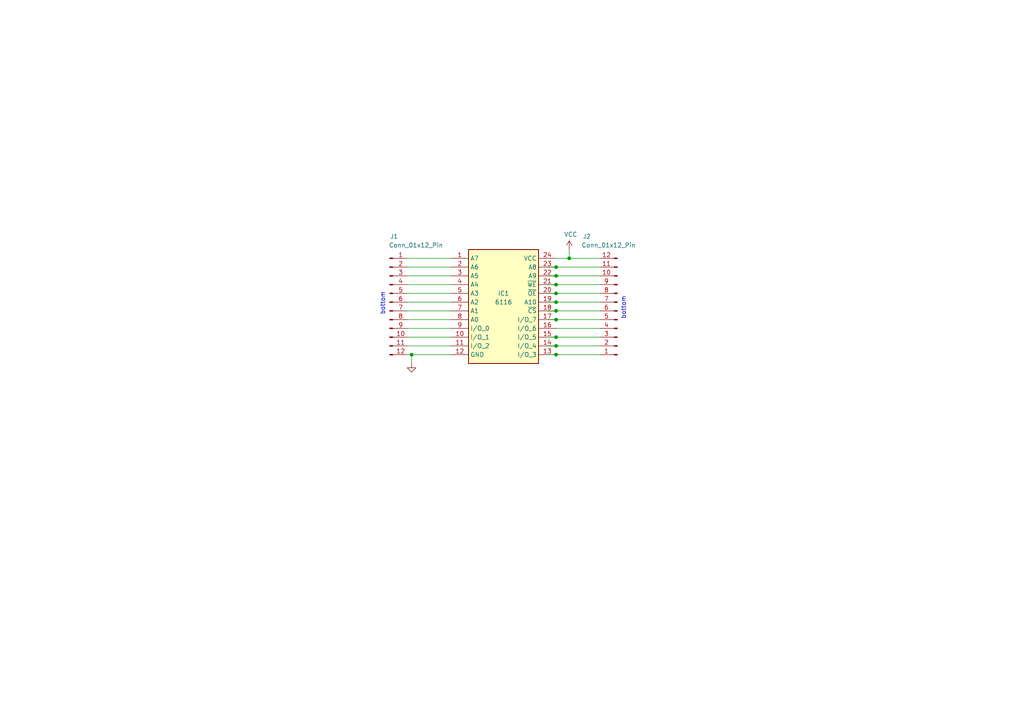
<source format=kicad_sch>
(kicad_sch
	(version 20250114)
	(generator "eeschema")
	(generator_version "9.0")
	(uuid "1cc6dda3-0c17-4a24-9e4d-b711b84fb14c")
	(paper "A4")
	(title_block
		(title "SOIC-24 to DIP-24 Adapter")
		(date "2023-07-19")
		(rev "1.0")
		(company "Gare Ltd.")
	)
	(lib_symbols
		(symbol "Connector:Conn_01x12_Pin"
			(pin_names
				(offset 1.016)
				(hide yes)
			)
			(exclude_from_sim no)
			(in_bom yes)
			(on_board yes)
			(property "Reference" "J"
				(at 0 15.24 0)
				(effects
					(font
						(size 1.27 1.27)
					)
				)
			)
			(property "Value" "Conn_01x12_Pin"
				(at 0 -17.78 0)
				(effects
					(font
						(size 1.27 1.27)
					)
				)
			)
			(property "Footprint" ""
				(at 0 0 0)
				(effects
					(font
						(size 1.27 1.27)
					)
					(hide yes)
				)
			)
			(property "Datasheet" "~"
				(at 0 0 0)
				(effects
					(font
						(size 1.27 1.27)
					)
					(hide yes)
				)
			)
			(property "Description" "Generic connector, single row, 01x12, script generated"
				(at 0 0 0)
				(effects
					(font
						(size 1.27 1.27)
					)
					(hide yes)
				)
			)
			(property "ki_locked" ""
				(at 0 0 0)
				(effects
					(font
						(size 1.27 1.27)
					)
				)
			)
			(property "ki_keywords" "connector"
				(at 0 0 0)
				(effects
					(font
						(size 1.27 1.27)
					)
					(hide yes)
				)
			)
			(property "ki_fp_filters" "Connector*:*_1x??_*"
				(at 0 0 0)
				(effects
					(font
						(size 1.27 1.27)
					)
					(hide yes)
				)
			)
			(symbol "Conn_01x12_Pin_1_1"
				(rectangle
					(start 0.8636 12.827)
					(end 0 12.573)
					(stroke
						(width 0.1524)
						(type default)
					)
					(fill
						(type outline)
					)
				)
				(rectangle
					(start 0.8636 10.287)
					(end 0 10.033)
					(stroke
						(width 0.1524)
						(type default)
					)
					(fill
						(type outline)
					)
				)
				(rectangle
					(start 0.8636 7.747)
					(end 0 7.493)
					(stroke
						(width 0.1524)
						(type default)
					)
					(fill
						(type outline)
					)
				)
				(rectangle
					(start 0.8636 5.207)
					(end 0 4.953)
					(stroke
						(width 0.1524)
						(type default)
					)
					(fill
						(type outline)
					)
				)
				(rectangle
					(start 0.8636 2.667)
					(end 0 2.413)
					(stroke
						(width 0.1524)
						(type default)
					)
					(fill
						(type outline)
					)
				)
				(rectangle
					(start 0.8636 0.127)
					(end 0 -0.127)
					(stroke
						(width 0.1524)
						(type default)
					)
					(fill
						(type outline)
					)
				)
				(rectangle
					(start 0.8636 -2.413)
					(end 0 -2.667)
					(stroke
						(width 0.1524)
						(type default)
					)
					(fill
						(type outline)
					)
				)
				(rectangle
					(start 0.8636 -4.953)
					(end 0 -5.207)
					(stroke
						(width 0.1524)
						(type default)
					)
					(fill
						(type outline)
					)
				)
				(rectangle
					(start 0.8636 -7.493)
					(end 0 -7.747)
					(stroke
						(width 0.1524)
						(type default)
					)
					(fill
						(type outline)
					)
				)
				(rectangle
					(start 0.8636 -10.033)
					(end 0 -10.287)
					(stroke
						(width 0.1524)
						(type default)
					)
					(fill
						(type outline)
					)
				)
				(rectangle
					(start 0.8636 -12.573)
					(end 0 -12.827)
					(stroke
						(width 0.1524)
						(type default)
					)
					(fill
						(type outline)
					)
				)
				(rectangle
					(start 0.8636 -15.113)
					(end 0 -15.367)
					(stroke
						(width 0.1524)
						(type default)
					)
					(fill
						(type outline)
					)
				)
				(polyline
					(pts
						(xy 1.27 12.7) (xy 0.8636 12.7)
					)
					(stroke
						(width 0.1524)
						(type default)
					)
					(fill
						(type none)
					)
				)
				(polyline
					(pts
						(xy 1.27 10.16) (xy 0.8636 10.16)
					)
					(stroke
						(width 0.1524)
						(type default)
					)
					(fill
						(type none)
					)
				)
				(polyline
					(pts
						(xy 1.27 7.62) (xy 0.8636 7.62)
					)
					(stroke
						(width 0.1524)
						(type default)
					)
					(fill
						(type none)
					)
				)
				(polyline
					(pts
						(xy 1.27 5.08) (xy 0.8636 5.08)
					)
					(stroke
						(width 0.1524)
						(type default)
					)
					(fill
						(type none)
					)
				)
				(polyline
					(pts
						(xy 1.27 2.54) (xy 0.8636 2.54)
					)
					(stroke
						(width 0.1524)
						(type default)
					)
					(fill
						(type none)
					)
				)
				(polyline
					(pts
						(xy 1.27 0) (xy 0.8636 0)
					)
					(stroke
						(width 0.1524)
						(type default)
					)
					(fill
						(type none)
					)
				)
				(polyline
					(pts
						(xy 1.27 -2.54) (xy 0.8636 -2.54)
					)
					(stroke
						(width 0.1524)
						(type default)
					)
					(fill
						(type none)
					)
				)
				(polyline
					(pts
						(xy 1.27 -5.08) (xy 0.8636 -5.08)
					)
					(stroke
						(width 0.1524)
						(type default)
					)
					(fill
						(type none)
					)
				)
				(polyline
					(pts
						(xy 1.27 -7.62) (xy 0.8636 -7.62)
					)
					(stroke
						(width 0.1524)
						(type default)
					)
					(fill
						(type none)
					)
				)
				(polyline
					(pts
						(xy 1.27 -10.16) (xy 0.8636 -10.16)
					)
					(stroke
						(width 0.1524)
						(type default)
					)
					(fill
						(type none)
					)
				)
				(polyline
					(pts
						(xy 1.27 -12.7) (xy 0.8636 -12.7)
					)
					(stroke
						(width 0.1524)
						(type default)
					)
					(fill
						(type none)
					)
				)
				(polyline
					(pts
						(xy 1.27 -15.24) (xy 0.8636 -15.24)
					)
					(stroke
						(width 0.1524)
						(type default)
					)
					(fill
						(type none)
					)
				)
				(pin passive line
					(at 5.08 12.7 180)
					(length 3.81)
					(name "Pin_1"
						(effects
							(font
								(size 1.27 1.27)
							)
						)
					)
					(number "1"
						(effects
							(font
								(size 1.27 1.27)
							)
						)
					)
				)
				(pin passive line
					(at 5.08 10.16 180)
					(length 3.81)
					(name "Pin_2"
						(effects
							(font
								(size 1.27 1.27)
							)
						)
					)
					(number "2"
						(effects
							(font
								(size 1.27 1.27)
							)
						)
					)
				)
				(pin passive line
					(at 5.08 7.62 180)
					(length 3.81)
					(name "Pin_3"
						(effects
							(font
								(size 1.27 1.27)
							)
						)
					)
					(number "3"
						(effects
							(font
								(size 1.27 1.27)
							)
						)
					)
				)
				(pin passive line
					(at 5.08 5.08 180)
					(length 3.81)
					(name "Pin_4"
						(effects
							(font
								(size 1.27 1.27)
							)
						)
					)
					(number "4"
						(effects
							(font
								(size 1.27 1.27)
							)
						)
					)
				)
				(pin passive line
					(at 5.08 2.54 180)
					(length 3.81)
					(name "Pin_5"
						(effects
							(font
								(size 1.27 1.27)
							)
						)
					)
					(number "5"
						(effects
							(font
								(size 1.27 1.27)
							)
						)
					)
				)
				(pin passive line
					(at 5.08 0 180)
					(length 3.81)
					(name "Pin_6"
						(effects
							(font
								(size 1.27 1.27)
							)
						)
					)
					(number "6"
						(effects
							(font
								(size 1.27 1.27)
							)
						)
					)
				)
				(pin passive line
					(at 5.08 -2.54 180)
					(length 3.81)
					(name "Pin_7"
						(effects
							(font
								(size 1.27 1.27)
							)
						)
					)
					(number "7"
						(effects
							(font
								(size 1.27 1.27)
							)
						)
					)
				)
				(pin passive line
					(at 5.08 -5.08 180)
					(length 3.81)
					(name "Pin_8"
						(effects
							(font
								(size 1.27 1.27)
							)
						)
					)
					(number "8"
						(effects
							(font
								(size 1.27 1.27)
							)
						)
					)
				)
				(pin passive line
					(at 5.08 -7.62 180)
					(length 3.81)
					(name "Pin_9"
						(effects
							(font
								(size 1.27 1.27)
							)
						)
					)
					(number "9"
						(effects
							(font
								(size 1.27 1.27)
							)
						)
					)
				)
				(pin passive line
					(at 5.08 -10.16 180)
					(length 3.81)
					(name "Pin_10"
						(effects
							(font
								(size 1.27 1.27)
							)
						)
					)
					(number "10"
						(effects
							(font
								(size 1.27 1.27)
							)
						)
					)
				)
				(pin passive line
					(at 5.08 -12.7 180)
					(length 3.81)
					(name "Pin_11"
						(effects
							(font
								(size 1.27 1.27)
							)
						)
					)
					(number "11"
						(effects
							(font
								(size 1.27 1.27)
							)
						)
					)
				)
				(pin passive line
					(at 5.08 -15.24 180)
					(length 3.81)
					(name "Pin_12"
						(effects
							(font
								(size 1.27 1.27)
							)
						)
					)
					(number "12"
						(effects
							(font
								(size 1.27 1.27)
							)
						)
					)
				)
			)
			(embedded_fonts no)
		)
		(symbol "SamacSys_Parts:6116SA15SOG8"
			(exclude_from_sim no)
			(in_bom yes)
			(on_board yes)
			(property "Reference" "IC"
				(at 26.67 7.62 0)
				(effects
					(font
						(size 1.27 1.27)
					)
					(justify left top)
				)
			)
			(property "Value" "6116SA15SOG8"
				(at 26.67 5.08 0)
				(effects
					(font
						(size 1.27 1.27)
					)
					(justify left top)
				)
			)
			(property "Footprint" "SOIC127P786X210-24N"
				(at 26.67 -94.92 0)
				(effects
					(font
						(size 1.27 1.27)
					)
					(justify left top)
					(hide yes)
				)
			)
			(property "Datasheet" "https://componentsearchengine.com/Datasheets/1/6116SA15SOG8.pdf"
				(at 26.67 -194.92 0)
				(effects
					(font
						(size 1.27 1.27)
					)
					(justify left top)
					(hide yes)
				)
			)
			(property "Description" "SOIC 300 MIL"
				(at 0 0 0)
				(effects
					(font
						(size 1.27 1.27)
					)
					(hide yes)
				)
			)
			(property "Height" "2.1"
				(at 26.67 -394.92 0)
				(effects
					(font
						(size 1.27 1.27)
					)
					(justify left top)
					(hide yes)
				)
			)
			(property "Mouser Part Number" "972-6116SA15SOG8"
				(at 26.67 -494.92 0)
				(effects
					(font
						(size 1.27 1.27)
					)
					(justify left top)
					(hide yes)
				)
			)
			(property "Mouser Price/Stock" "https://www.mouser.com/Search/Refine.aspx?Keyword=972-6116SA15SOG8"
				(at 26.67 -594.92 0)
				(effects
					(font
						(size 1.27 1.27)
					)
					(justify left top)
					(hide yes)
				)
			)
			(property "Manufacturer_Name" "Renesas Electronics"
				(at 26.67 -694.92 0)
				(effects
					(font
						(size 1.27 1.27)
					)
					(justify left top)
					(hide yes)
				)
			)
			(property "Manufacturer_Part_Number" "6116SA15SOG8"
				(at 26.67 -794.92 0)
				(effects
					(font
						(size 1.27 1.27)
					)
					(justify left top)
					(hide yes)
				)
			)
			(symbol "6116SA15SOG8_1_1"
				(rectangle
					(start 5.08 2.54)
					(end 25.4 -30.48)
					(stroke
						(width 0.254)
						(type default)
					)
					(fill
						(type background)
					)
				)
				(pin passive line
					(at 0 0 0)
					(length 5.08)
					(name "A7"
						(effects
							(font
								(size 1.27 1.27)
							)
						)
					)
					(number "1"
						(effects
							(font
								(size 1.27 1.27)
							)
						)
					)
				)
				(pin passive line
					(at 0 -2.54 0)
					(length 5.08)
					(name "A6"
						(effects
							(font
								(size 1.27 1.27)
							)
						)
					)
					(number "2"
						(effects
							(font
								(size 1.27 1.27)
							)
						)
					)
				)
				(pin passive line
					(at 0 -5.08 0)
					(length 5.08)
					(name "A5"
						(effects
							(font
								(size 1.27 1.27)
							)
						)
					)
					(number "3"
						(effects
							(font
								(size 1.27 1.27)
							)
						)
					)
				)
				(pin passive line
					(at 0 -7.62 0)
					(length 5.08)
					(name "A4"
						(effects
							(font
								(size 1.27 1.27)
							)
						)
					)
					(number "4"
						(effects
							(font
								(size 1.27 1.27)
							)
						)
					)
				)
				(pin passive line
					(at 0 -10.16 0)
					(length 5.08)
					(name "A3"
						(effects
							(font
								(size 1.27 1.27)
							)
						)
					)
					(number "5"
						(effects
							(font
								(size 1.27 1.27)
							)
						)
					)
				)
				(pin passive line
					(at 0 -12.7 0)
					(length 5.08)
					(name "A2"
						(effects
							(font
								(size 1.27 1.27)
							)
						)
					)
					(number "6"
						(effects
							(font
								(size 1.27 1.27)
							)
						)
					)
				)
				(pin passive line
					(at 0 -15.24 0)
					(length 5.08)
					(name "A1"
						(effects
							(font
								(size 1.27 1.27)
							)
						)
					)
					(number "7"
						(effects
							(font
								(size 1.27 1.27)
							)
						)
					)
				)
				(pin passive line
					(at 0 -17.78 0)
					(length 5.08)
					(name "A0"
						(effects
							(font
								(size 1.27 1.27)
							)
						)
					)
					(number "8"
						(effects
							(font
								(size 1.27 1.27)
							)
						)
					)
				)
				(pin passive line
					(at 0 -20.32 0)
					(length 5.08)
					(name "I/O_0"
						(effects
							(font
								(size 1.27 1.27)
							)
						)
					)
					(number "9"
						(effects
							(font
								(size 1.27 1.27)
							)
						)
					)
				)
				(pin passive line
					(at 0 -22.86 0)
					(length 5.08)
					(name "I/O_1"
						(effects
							(font
								(size 1.27 1.27)
							)
						)
					)
					(number "10"
						(effects
							(font
								(size 1.27 1.27)
							)
						)
					)
				)
				(pin passive line
					(at 0 -25.4 0)
					(length 5.08)
					(name "I/O_2"
						(effects
							(font
								(size 1.27 1.27)
							)
						)
					)
					(number "11"
						(effects
							(font
								(size 1.27 1.27)
							)
						)
					)
				)
				(pin passive line
					(at 0 -27.94 0)
					(length 5.08)
					(name "GND"
						(effects
							(font
								(size 1.27 1.27)
							)
						)
					)
					(number "12"
						(effects
							(font
								(size 1.27 1.27)
							)
						)
					)
				)
				(pin passive line
					(at 30.48 0 180)
					(length 5.08)
					(name "VCC"
						(effects
							(font
								(size 1.27 1.27)
							)
						)
					)
					(number "24"
						(effects
							(font
								(size 1.27 1.27)
							)
						)
					)
				)
				(pin passive line
					(at 30.48 -2.54 180)
					(length 5.08)
					(name "A8"
						(effects
							(font
								(size 1.27 1.27)
							)
						)
					)
					(number "23"
						(effects
							(font
								(size 1.27 1.27)
							)
						)
					)
				)
				(pin passive line
					(at 30.48 -5.08 180)
					(length 5.08)
					(name "A9"
						(effects
							(font
								(size 1.27 1.27)
							)
						)
					)
					(number "22"
						(effects
							(font
								(size 1.27 1.27)
							)
						)
					)
				)
				(pin passive line
					(at 30.48 -7.62 180)
					(length 5.08)
					(name "~{WE}"
						(effects
							(font
								(size 1.27 1.27)
							)
						)
					)
					(number "21"
						(effects
							(font
								(size 1.27 1.27)
							)
						)
					)
				)
				(pin passive line
					(at 30.48 -10.16 180)
					(length 5.08)
					(name "~{OE}"
						(effects
							(font
								(size 1.27 1.27)
							)
						)
					)
					(number "20"
						(effects
							(font
								(size 1.27 1.27)
							)
						)
					)
				)
				(pin passive line
					(at 30.48 -12.7 180)
					(length 5.08)
					(name "A10"
						(effects
							(font
								(size 1.27 1.27)
							)
						)
					)
					(number "19"
						(effects
							(font
								(size 1.27 1.27)
							)
						)
					)
				)
				(pin passive line
					(at 30.48 -15.24 180)
					(length 5.08)
					(name "~{CS}"
						(effects
							(font
								(size 1.27 1.27)
							)
						)
					)
					(number "18"
						(effects
							(font
								(size 1.27 1.27)
							)
						)
					)
				)
				(pin passive line
					(at 30.48 -17.78 180)
					(length 5.08)
					(name "I/O_7"
						(effects
							(font
								(size 1.27 1.27)
							)
						)
					)
					(number "17"
						(effects
							(font
								(size 1.27 1.27)
							)
						)
					)
				)
				(pin passive line
					(at 30.48 -20.32 180)
					(length 5.08)
					(name "I/O_6"
						(effects
							(font
								(size 1.27 1.27)
							)
						)
					)
					(number "16"
						(effects
							(font
								(size 1.27 1.27)
							)
						)
					)
				)
				(pin passive line
					(at 30.48 -22.86 180)
					(length 5.08)
					(name "I/O_5"
						(effects
							(font
								(size 1.27 1.27)
							)
						)
					)
					(number "15"
						(effects
							(font
								(size 1.27 1.27)
							)
						)
					)
				)
				(pin passive line
					(at 30.48 -25.4 180)
					(length 5.08)
					(name "I/O_4"
						(effects
							(font
								(size 1.27 1.27)
							)
						)
					)
					(number "14"
						(effects
							(font
								(size 1.27 1.27)
							)
						)
					)
				)
				(pin passive line
					(at 30.48 -27.94 180)
					(length 5.08)
					(name "I/O_3"
						(effects
							(font
								(size 1.27 1.27)
							)
						)
					)
					(number "13"
						(effects
							(font
								(size 1.27 1.27)
							)
						)
					)
				)
			)
			(embedded_fonts no)
		)
		(symbol "power:GND"
			(power)
			(pin_names
				(offset 0)
			)
			(exclude_from_sim no)
			(in_bom yes)
			(on_board yes)
			(property "Reference" "#PWR"
				(at 0 -6.35 0)
				(effects
					(font
						(size 1.27 1.27)
					)
					(hide yes)
				)
			)
			(property "Value" "GND"
				(at 0 -3.81 0)
				(effects
					(font
						(size 1.27 1.27)
					)
				)
			)
			(property "Footprint" ""
				(at 0 0 0)
				(effects
					(font
						(size 1.27 1.27)
					)
					(hide yes)
				)
			)
			(property "Datasheet" ""
				(at 0 0 0)
				(effects
					(font
						(size 1.27 1.27)
					)
					(hide yes)
				)
			)
			(property "Description" "Power symbol creates a global label with name \"GND\" , ground"
				(at 0 0 0)
				(effects
					(font
						(size 1.27 1.27)
					)
					(hide yes)
				)
			)
			(property "ki_keywords" "global power"
				(at 0 0 0)
				(effects
					(font
						(size 1.27 1.27)
					)
					(hide yes)
				)
			)
			(symbol "GND_0_1"
				(polyline
					(pts
						(xy 0 0) (xy 0 -1.27) (xy 1.27 -1.27) (xy 0 -2.54) (xy -1.27 -1.27) (xy 0 -1.27)
					)
					(stroke
						(width 0)
						(type default)
					)
					(fill
						(type none)
					)
				)
			)
			(symbol "GND_1_1"
				(pin power_in line
					(at 0 0 270)
					(length 0)
					(hide yes)
					(name "GND"
						(effects
							(font
								(size 1.27 1.27)
							)
						)
					)
					(number "1"
						(effects
							(font
								(size 1.27 1.27)
							)
						)
					)
				)
			)
			(embedded_fonts no)
		)
		(symbol "power:VCC"
			(power)
			(pin_names
				(offset 0)
			)
			(exclude_from_sim no)
			(in_bom yes)
			(on_board yes)
			(property "Reference" "#PWR"
				(at 0 -3.81 0)
				(effects
					(font
						(size 1.27 1.27)
					)
					(hide yes)
				)
			)
			(property "Value" "VCC"
				(at 0 3.81 0)
				(effects
					(font
						(size 1.27 1.27)
					)
				)
			)
			(property "Footprint" ""
				(at 0 0 0)
				(effects
					(font
						(size 1.27 1.27)
					)
					(hide yes)
				)
			)
			(property "Datasheet" ""
				(at 0 0 0)
				(effects
					(font
						(size 1.27 1.27)
					)
					(hide yes)
				)
			)
			(property "Description" "Power symbol creates a global label with name \"VCC\""
				(at 0 0 0)
				(effects
					(font
						(size 1.27 1.27)
					)
					(hide yes)
				)
			)
			(property "ki_keywords" "global power"
				(at 0 0 0)
				(effects
					(font
						(size 1.27 1.27)
					)
					(hide yes)
				)
			)
			(symbol "VCC_0_1"
				(polyline
					(pts
						(xy -0.762 1.27) (xy 0 2.54)
					)
					(stroke
						(width 0)
						(type default)
					)
					(fill
						(type none)
					)
				)
				(polyline
					(pts
						(xy 0 2.54) (xy 0.762 1.27)
					)
					(stroke
						(width 0)
						(type default)
					)
					(fill
						(type none)
					)
				)
				(polyline
					(pts
						(xy 0 0) (xy 0 2.54)
					)
					(stroke
						(width 0)
						(type default)
					)
					(fill
						(type none)
					)
				)
			)
			(symbol "VCC_1_1"
				(pin power_in line
					(at 0 0 90)
					(length 0)
					(hide yes)
					(name "VCC"
						(effects
							(font
								(size 1.27 1.27)
							)
						)
					)
					(number "1"
						(effects
							(font
								(size 1.27 1.27)
							)
						)
					)
				)
			)
			(embedded_fonts no)
		)
	)
	(text "bottom"
		(exclude_from_sim no)
		(at 111.76 91.44 90)
		(effects
			(font
				(size 1.27 1.27)
			)
			(justify left bottom)
		)
		(uuid "c7f01f76-4846-4649-b626-c9c7a506ce00")
	)
	(text "bottom"
		(exclude_from_sim no)
		(at 181.61 92.71 90)
		(effects
			(font
				(size 1.27 1.27)
			)
			(justify left bottom)
		)
		(uuid "ec716a86-1b0e-4eba-89dc-24863bdf4185")
	)
	(junction
		(at 161.29 92.71)
		(diameter 0)
		(color 0 0 0 0)
		(uuid "01bf6f3a-cd24-42df-9d20-14b4818f6765")
	)
	(junction
		(at 161.29 102.87)
		(diameter 0)
		(color 0 0 0 0)
		(uuid "07d8e24d-5efd-4bbe-b7c9-31603547c453")
	)
	(junction
		(at 161.29 87.63)
		(diameter 0)
		(color 0 0 0 0)
		(uuid "1ecc8c33-bc34-4395-95d9-f18af3bd987c")
	)
	(junction
		(at 161.29 100.33)
		(diameter 0)
		(color 0 0 0 0)
		(uuid "27122a04-cec3-4a52-9712-b00336c6aa43")
	)
	(junction
		(at 161.29 97.79)
		(diameter 0)
		(color 0 0 0 0)
		(uuid "2c93d50c-3e65-4da9-99d3-e415ba33791b")
	)
	(junction
		(at 165.1 74.93)
		(diameter 0)
		(color 0 0 0 0)
		(uuid "3ae8bd6e-044c-497b-a3c3-e436ad6708dd")
	)
	(junction
		(at 161.29 90.17)
		(diameter 0)
		(color 0 0 0 0)
		(uuid "4a90d087-989c-49b4-ae00-0cb703bec021")
	)
	(junction
		(at 119.38 102.87)
		(diameter 0)
		(color 0 0 0 0)
		(uuid "6ad4f1d9-e338-4de6-8a20-a3e89900ce98")
	)
	(junction
		(at 161.29 82.55)
		(diameter 0)
		(color 0 0 0 0)
		(uuid "bf3e6588-b777-4a25-9fdf-6b73dffca039")
	)
	(junction
		(at 161.29 77.47)
		(diameter 0)
		(color 0 0 0 0)
		(uuid "d2e5003a-eb62-4de5-9329-0a5a9dba45c5")
	)
	(junction
		(at 161.29 80.01)
		(diameter 0)
		(color 0 0 0 0)
		(uuid "daeb8322-5bed-4468-84e1-ac16f90b5125")
	)
	(junction
		(at 161.29 85.09)
		(diameter 0)
		(color 0 0 0 0)
		(uuid "f6892ff7-9a21-4aa9-9d96-495d0cee7958")
	)
	(wire
		(pts
			(xy 119.38 102.87) (xy 118.11 102.87)
		)
		(stroke
			(width 0)
			(type default)
		)
		(uuid "05904bbe-1cc7-43fc-96b7-89ea0a8133ce")
	)
	(wire
		(pts
			(xy 158.75 100.33) (xy 161.29 100.33)
		)
		(stroke
			(width 0)
			(type default)
		)
		(uuid "09844724-f8a5-4acb-9d7b-487886919759")
	)
	(wire
		(pts
			(xy 158.75 85.09) (xy 161.29 85.09)
		)
		(stroke
			(width 0)
			(type default)
		)
		(uuid "0e814228-539d-4f95-819e-21918ed72fa4")
	)
	(wire
		(pts
			(xy 118.11 95.25) (xy 130.81 95.25)
		)
		(stroke
			(width 0)
			(type default)
		)
		(uuid "128d62ad-5ebf-43be-ba1e-1de85c33bde0")
	)
	(wire
		(pts
			(xy 161.29 97.79) (xy 173.99 97.79)
		)
		(stroke
			(width 0)
			(type default)
		)
		(uuid "1849e270-8e51-4e23-b26e-2ee257fe1cd3")
	)
	(wire
		(pts
			(xy 118.11 82.55) (xy 130.81 82.55)
		)
		(stroke
			(width 0)
			(type default)
		)
		(uuid "1ea4f3e8-f634-4658-83da-10315a6dce36")
	)
	(wire
		(pts
			(xy 118.11 97.79) (xy 130.81 97.79)
		)
		(stroke
			(width 0)
			(type default)
		)
		(uuid "22dc0c49-a630-4073-bec8-ea1c3e25625d")
	)
	(wire
		(pts
			(xy 161.29 87.63) (xy 173.99 87.63)
		)
		(stroke
			(width 0)
			(type default)
		)
		(uuid "2837d4a1-1709-4ac0-8a0d-cf130d969fc9")
	)
	(wire
		(pts
			(xy 161.29 80.01) (xy 173.99 80.01)
		)
		(stroke
			(width 0)
			(type default)
		)
		(uuid "33e4111c-0b17-413a-a9f0-b55a66734246")
	)
	(wire
		(pts
			(xy 158.75 102.87) (xy 161.29 102.87)
		)
		(stroke
			(width 0)
			(type default)
		)
		(uuid "37f2f6c5-ce4e-4623-9df7-2f560ba8827e")
	)
	(wire
		(pts
			(xy 161.29 90.17) (xy 173.99 90.17)
		)
		(stroke
			(width 0)
			(type default)
		)
		(uuid "45105bdd-298e-4f21-9779-bbf8e6e1b3a7")
	)
	(wire
		(pts
			(xy 158.75 77.47) (xy 161.29 77.47)
		)
		(stroke
			(width 0)
			(type default)
		)
		(uuid "495a9cb0-ebca-49a5-b21f-8fc37905335c")
	)
	(wire
		(pts
			(xy 161.29 85.09) (xy 173.99 85.09)
		)
		(stroke
			(width 0)
			(type default)
		)
		(uuid "4cf51855-26ab-4893-89c5-cbd3a83384b5")
	)
	(wire
		(pts
			(xy 118.11 77.47) (xy 130.81 77.47)
		)
		(stroke
			(width 0)
			(type default)
		)
		(uuid "6263ebc2-1174-4cef-9c34-ffa6eaf93d4a")
	)
	(wire
		(pts
			(xy 119.38 102.87) (xy 119.38 105.41)
		)
		(stroke
			(width 0)
			(type default)
		)
		(uuid "654a2c17-40f6-4361-bc9c-e327728fd0c1")
	)
	(wire
		(pts
			(xy 118.11 87.63) (xy 130.81 87.63)
		)
		(stroke
			(width 0)
			(type default)
		)
		(uuid "67e38a4a-5314-4b3f-a31e-6a3bfb574c3c")
	)
	(wire
		(pts
			(xy 118.11 74.93) (xy 130.81 74.93)
		)
		(stroke
			(width 0)
			(type default)
		)
		(uuid "6e7b3e0d-fd09-44c7-a2ed-6961389f9139")
	)
	(wire
		(pts
			(xy 161.29 74.93) (xy 165.1 74.93)
		)
		(stroke
			(width 0)
			(type default)
		)
		(uuid "76802ea2-24ab-4619-a599-0eb8ef992695")
	)
	(wire
		(pts
			(xy 158.75 82.55) (xy 161.29 82.55)
		)
		(stroke
			(width 0)
			(type default)
		)
		(uuid "7ffed8da-0939-4d8c-9a56-13d258bdc401")
	)
	(wire
		(pts
			(xy 161.29 82.55) (xy 173.99 82.55)
		)
		(stroke
			(width 0)
			(type default)
		)
		(uuid "85992144-1efa-41ea-bac1-5b5d90d8b8af")
	)
	(wire
		(pts
			(xy 158.75 92.71) (xy 161.29 92.71)
		)
		(stroke
			(width 0)
			(type default)
		)
		(uuid "85b2bc0e-cdfb-4108-aead-cd3fc9b88e9e")
	)
	(wire
		(pts
			(xy 158.75 80.01) (xy 161.29 80.01)
		)
		(stroke
			(width 0)
			(type default)
		)
		(uuid "8758f3be-4265-45be-92f0-f94a0e8f05e3")
	)
	(wire
		(pts
			(xy 118.11 80.01) (xy 130.81 80.01)
		)
		(stroke
			(width 0)
			(type default)
		)
		(uuid "8ac883d0-cd8f-4cb4-a775-8fe9f79d84d8")
	)
	(wire
		(pts
			(xy 118.11 92.71) (xy 130.81 92.71)
		)
		(stroke
			(width 0)
			(type default)
		)
		(uuid "9632bc3e-74d5-4345-937e-15a23e6b0b4e")
	)
	(wire
		(pts
			(xy 161.29 100.33) (xy 173.99 100.33)
		)
		(stroke
			(width 0)
			(type default)
		)
		(uuid "9b1a8863-be43-4702-9eb4-81cd8775b751")
	)
	(wire
		(pts
			(xy 161.29 102.87) (xy 173.99 102.87)
		)
		(stroke
			(width 0)
			(type default)
		)
		(uuid "9e87afb6-7222-47f1-a76d-b94961cbf18e")
	)
	(wire
		(pts
			(xy 119.38 102.87) (xy 130.81 102.87)
		)
		(stroke
			(width 0)
			(type default)
		)
		(uuid "a725cc24-b365-45f6-b91c-ba18cb1a1033")
	)
	(wire
		(pts
			(xy 161.29 77.47) (xy 173.99 77.47)
		)
		(stroke
			(width 0)
			(type default)
		)
		(uuid "ac8b32ba-82a5-4e97-9e08-3cc6660c5a93")
	)
	(wire
		(pts
			(xy 158.75 97.79) (xy 161.29 97.79)
		)
		(stroke
			(width 0)
			(type default)
		)
		(uuid "b04974fc-255e-4a5d-ba7b-f96afc0a70d6")
	)
	(wire
		(pts
			(xy 158.75 90.17) (xy 161.29 90.17)
		)
		(stroke
			(width 0)
			(type default)
		)
		(uuid "b28a565c-23e2-4fd8-83c3-d94e2fec2729")
	)
	(wire
		(pts
			(xy 165.1 74.93) (xy 173.99 74.93)
		)
		(stroke
			(width 0)
			(type default)
		)
		(uuid "b89374e6-2a34-4d7f-a395-7c690e4d5605")
	)
	(wire
		(pts
			(xy 161.29 95.25) (xy 173.99 95.25)
		)
		(stroke
			(width 0)
			(type default)
		)
		(uuid "c449ee66-4dcc-4daf-852a-f574eb3a290a")
	)
	(wire
		(pts
			(xy 118.11 100.33) (xy 130.81 100.33)
		)
		(stroke
			(width 0)
			(type default)
		)
		(uuid "cbf332a3-ecee-4b7d-b2de-683ae2c29dfc")
	)
	(wire
		(pts
			(xy 165.1 72.39) (xy 165.1 74.93)
		)
		(stroke
			(width 0)
			(type default)
		)
		(uuid "d4b7020a-4a83-4654-b063-63a9185a814d")
	)
	(wire
		(pts
			(xy 161.29 92.71) (xy 173.99 92.71)
		)
		(stroke
			(width 0)
			(type default)
		)
		(uuid "e0bce5bf-77a6-442d-801f-1375c4fb20a9")
	)
	(wire
		(pts
			(xy 118.11 90.17) (xy 130.81 90.17)
		)
		(stroke
			(width 0)
			(type default)
		)
		(uuid "e0c1a88c-375d-45d0-a87c-02df434ed29c")
	)
	(wire
		(pts
			(xy 158.75 87.63) (xy 161.29 87.63)
		)
		(stroke
			(width 0)
			(type default)
		)
		(uuid "e6f21bee-695d-45d5-aafd-05cfa3b80d9d")
	)
	(wire
		(pts
			(xy 118.11 85.09) (xy 130.81 85.09)
		)
		(stroke
			(width 0)
			(type default)
		)
		(uuid "e949cade-630d-4384-86e2-b707a366e5a1")
	)
	(symbol
		(lib_id "power:VCC")
		(at 165.1 72.39 0)
		(unit 1)
		(exclude_from_sim no)
		(in_bom yes)
		(on_board yes)
		(dnp no)
		(uuid "1cdba7bb-e936-4ad3-87c9-6fd2d587f684")
		(property "Reference" "#PWR02"
			(at 165.1 76.2 0)
			(effects
				(font
					(size 1.27 1.27)
				)
				(hide yes)
			)
		)
		(property "Value" "VCC"
			(at 165.5318 67.9958 0)
			(effects
				(font
					(size 1.27 1.27)
				)
			)
		)
		(property "Footprint" ""
			(at 165.1 72.39 0)
			(effects
				(font
					(size 1.27 1.27)
				)
				(hide yes)
			)
		)
		(property "Datasheet" ""
			(at 165.1 72.39 0)
			(effects
				(font
					(size 1.27 1.27)
				)
				(hide yes)
			)
		)
		(property "Description" ""
			(at 165.1 72.39 0)
			(effects
				(font
					(size 1.27 1.27)
				)
			)
		)
		(pin "1"
			(uuid "7f78d9a7-da3c-4638-933e-3599fad46f81")
		)
		(instances
			(project "SOIC-24_to_DIP-24_adapter"
				(path "/1cc6dda3-0c17-4a24-9e4d-b711b84fb14c"
					(reference "#PWR02")
					(unit 1)
				)
			)
			(project "C64-Switchless-Quad-Kernal-Switcher"
				(path "/eade6991-aec5-46e2-afb7-8f033a12d959"
					(reference "#PWR0102")
					(unit 1)
				)
			)
		)
	)
	(symbol
		(lib_id "power:GND")
		(at 119.38 105.41 0)
		(unit 1)
		(exclude_from_sim no)
		(in_bom yes)
		(on_board yes)
		(dnp no)
		(uuid "4c1fef52-bf69-4e1f-b611-e2b443a183b6")
		(property "Reference" "#PWR01"
			(at 119.38 111.76 0)
			(effects
				(font
					(size 1.27 1.27)
				)
				(hide yes)
			)
		)
		(property "Value" "GND"
			(at 119.507 109.8042 0)
			(effects
				(font
					(size 1.27 1.27)
				)
				(hide yes)
			)
		)
		(property "Footprint" ""
			(at 119.38 105.41 0)
			(effects
				(font
					(size 1.27 1.27)
				)
				(hide yes)
			)
		)
		(property "Datasheet" ""
			(at 119.38 105.41 0)
			(effects
				(font
					(size 1.27 1.27)
				)
				(hide yes)
			)
		)
		(property "Description" ""
			(at 119.38 105.41 0)
			(effects
				(font
					(size 1.27 1.27)
				)
			)
		)
		(pin "1"
			(uuid "d1b1b61a-d3a6-4e5d-a8dd-1e08942a857d")
		)
		(instances
			(project "SOIC-24_to_DIP-24_adapter"
				(path "/1cc6dda3-0c17-4a24-9e4d-b711b84fb14c"
					(reference "#PWR01")
					(unit 1)
				)
			)
			(project "C64-Switchless-Quad-Kernal-Switcher"
				(path "/eade6991-aec5-46e2-afb7-8f033a12d959"
					(reference "#PWR0101")
					(unit 1)
				)
			)
		)
	)
	(symbol
		(lib_id "Connector:Conn_01x12_Pin")
		(at 113.03 87.63 0)
		(unit 1)
		(exclude_from_sim no)
		(in_bom yes)
		(on_board yes)
		(dnp no)
		(uuid "7a5921eb-551c-4187-b150-a4649ddb1336")
		(property "Reference" "J1"
			(at 114.3 68.58 0)
			(effects
				(font
					(size 1.27 1.27)
				)
			)
		)
		(property "Value" "Conn_01x12_Pin"
			(at 120.65 71.12 0)
			(effects
				(font
					(size 1.27 1.27)
				)
			)
		)
		(property "Footprint" "Package_DIP:DIP-24_W15.24mm"
			(at 113.03 87.63 0)
			(effects
				(font
					(size 1.27 1.27)
				)
				(hide yes)
			)
		)
		(property "Datasheet" "~"
			(at 113.03 87.63 0)
			(effects
				(font
					(size 1.27 1.27)
				)
				(hide yes)
			)
		)
		(property "Description" ""
			(at 113.03 87.63 0)
			(effects
				(font
					(size 1.27 1.27)
				)
			)
		)
		(pin "1"
			(uuid "533a5db4-c177-4f08-ae2b-b34948de547a")
		)
		(pin "10"
			(uuid "c1ee70cf-3dc7-42d0-a173-780dae218c23")
		)
		(pin "11"
			(uuid "afc36a81-061b-4425-8fb9-38d744a8982f")
		)
		(pin "12"
			(uuid "6394f943-44ed-4b92-884c-65225a8e113e")
		)
		(pin "2"
			(uuid "84d25b94-f8c5-4a44-8aec-3acddec96e54")
		)
		(pin "3"
			(uuid "55517c8b-907d-4f8c-b22f-f8dfd6b85923")
		)
		(pin "4"
			(uuid "4a6856cd-f97c-48da-b5ab-da92386d5a76")
		)
		(pin "5"
			(uuid "4622f087-3a85-4a55-b76e-572838bfed5f")
		)
		(pin "6"
			(uuid "e5e89e42-f255-4f2c-bda8-6c5293136513")
		)
		(pin "7"
			(uuid "ac8be232-ff6d-42db-844a-c7e5bac7ec13")
		)
		(pin "8"
			(uuid "75e8d56a-754f-4c6e-b3aa-e0f7e2053709")
		)
		(pin "9"
			(uuid "06c09598-06ef-42f5-b164-7c6251f53d98")
		)
		(instances
			(project "SOIC-24_to_DIP-24_adapter"
				(path "/1cc6dda3-0c17-4a24-9e4d-b711b84fb14c"
					(reference "J1")
					(unit 1)
				)
			)
		)
	)
	(symbol
		(lib_id "SamacSys_Parts:6116SA15SOG8")
		(at 130.81 74.93 0)
		(unit 1)
		(exclude_from_sim no)
		(in_bom yes)
		(on_board yes)
		(dnp no)
		(uuid "b24a6ebe-a74f-459f-aa92-0b2f82d75fcd")
		(property "Reference" "IC1"
			(at 146.05 85.09 0)
			(effects
				(font
					(size 1.27 1.27)
				)
			)
		)
		(property "Value" "6116"
			(at 146.05 87.63 0)
			(effects
				(font
					(size 1.27 1.27)
				)
			)
		)
		(property "Footprint" "SamacSys_Parts:SOIC127P786X210-24N"
			(at 157.48 169.85 0)
			(effects
				(font
					(size 1.27 1.27)
				)
				(justify left top)
				(hide yes)
			)
		)
		(property "Datasheet" "https://componentsearchengine.com/Datasheets/1/6116SA15SOG8.pdf"
			(at 157.48 269.85 0)
			(effects
				(font
					(size 1.27 1.27)
				)
				(justify left top)
				(hide yes)
			)
		)
		(property "Description" ""
			(at 130.81 74.93 0)
			(effects
				(font
					(size 1.27 1.27)
				)
			)
		)
		(property "Height" "2.1"
			(at 157.48 469.85 0)
			(effects
				(font
					(size 1.27 1.27)
				)
				(justify left top)
				(hide yes)
			)
		)
		(property "Mouser Part Number" "972-6116SA15SOG8"
			(at 157.48 569.85 0)
			(effects
				(font
					(size 1.27 1.27)
				)
				(justify left top)
				(hide yes)
			)
		)
		(property "Mouser Price/Stock" "https://www.mouser.com/Search/Refine.aspx?Keyword=972-6116SA15SOG8"
			(at 157.48 669.85 0)
			(effects
				(font
					(size 1.27 1.27)
				)
				(justify left top)
				(hide yes)
			)
		)
		(property "Manufacturer_Name" "Renesas Electronics"
			(at 157.48 769.85 0)
			(effects
				(font
					(size 1.27 1.27)
				)
				(justify left top)
				(hide yes)
			)
		)
		(property "Manufacturer_Part_Number" "6116SA15SOG8"
			(at 157.48 869.85 0)
			(effects
				(font
					(size 1.27 1.27)
				)
				(justify left top)
				(hide yes)
			)
		)
		(pin "1"
			(uuid "ed4e2d66-52a6-4452-a152-eacb3e505b87")
		)
		(pin "10"
			(uuid "a2294095-9c26-4e61-92e8-aa0d63f5c03a")
		)
		(pin "11"
			(uuid "c1c96f16-7507-4301-b467-c528876b7caf")
		)
		(pin "12"
			(uuid "56b3f99b-0faf-4e91-9d1b-a48e69084e78")
		)
		(pin "13"
			(uuid "f6657acd-a88c-40b8-982d-a58f28e855a3")
		)
		(pin "14"
			(uuid "62d8f8b5-38fa-4cde-a716-40179e0c440d")
		)
		(pin "15"
			(uuid "9daaa86b-227e-4a43-9f36-f5be0827ed52")
		)
		(pin "16"
			(uuid "801f4353-9925-4c04-bee8-206f24397212")
		)
		(pin "17"
			(uuid "4ad331a4-10ad-4d7f-9609-8835716121da")
		)
		(pin "18"
			(uuid "33eea741-ec9b-40bf-9abe-5b4af362e73e")
		)
		(pin "19"
			(uuid "709b1d35-cc1a-4938-8f0a-27eedde23a8d")
		)
		(pin "2"
			(uuid "15613a22-3b84-4792-bb8a-ce42257257f6")
		)
		(pin "20"
			(uuid "57e67ea8-700b-4030-9153-8e9e26e66817")
		)
		(pin "21"
			(uuid "1fdad560-852d-4cf8-b650-d44119549d4d")
		)
		(pin "22"
			(uuid "a9ca4a01-333f-42b9-adcc-d78881286674")
		)
		(pin "23"
			(uuid "28804d0a-011a-48ed-acbe-3afa45a6c089")
		)
		(pin "24"
			(uuid "8ba852c2-6694-46e4-82c6-8447cb8b5776")
		)
		(pin "3"
			(uuid "5280ff31-c145-40ab-80d5-a1a830c91bfa")
		)
		(pin "4"
			(uuid "3285e7a6-456d-4cd9-9da5-c78b4c0dd433")
		)
		(pin "5"
			(uuid "ad0066f8-5482-4137-9751-11a898838c31")
		)
		(pin "6"
			(uuid "bb34bc85-10eb-4778-87dd-ddf0dbbcfe9f")
		)
		(pin "7"
			(uuid "d20271f7-9d13-4bca-954c-8971c3c35a87")
		)
		(pin "8"
			(uuid "0be0d91d-7cd7-48c7-a961-3b5953b5fa7e")
		)
		(pin "9"
			(uuid "6c263ba6-c5f5-4c62-a5be-f4138b44a730")
		)
		(instances
			(project "SOIC-24_to_DIP-24_adapter"
				(path "/1cc6dda3-0c17-4a24-9e4d-b711b84fb14c"
					(reference "IC1")
					(unit 1)
				)
			)
		)
	)
	(symbol
		(lib_id "Connector:Conn_01x12_Pin")
		(at 179.07 90.17 180)
		(unit 1)
		(exclude_from_sim no)
		(in_bom yes)
		(on_board yes)
		(dnp no)
		(uuid "f6189853-841a-4448-b3a9-1515b0f7e3b7")
		(property "Reference" "J2"
			(at 170.18 68.58 0)
			(effects
				(font
					(size 1.27 1.27)
				)
			)
		)
		(property "Value" "Conn_01x12_Pin"
			(at 176.53 71.12 0)
			(effects
				(font
					(size 1.27 1.27)
				)
			)
		)
		(property "Footprint" "Package_DIP:DIP-24_W15.24mm"
			(at 179.07 90.17 0)
			(effects
				(font
					(size 1.27 1.27)
				)
				(hide yes)
			)
		)
		(property "Datasheet" "~"
			(at 179.07 90.17 0)
			(effects
				(font
					(size 1.27 1.27)
				)
				(hide yes)
			)
		)
		(property "Description" ""
			(at 179.07 90.17 0)
			(effects
				(font
					(size 1.27 1.27)
				)
			)
		)
		(pin "1"
			(uuid "850e41c8-17a0-4d67-85b4-a36fca57eb37")
		)
		(pin "10"
			(uuid "39ddc1bd-e47b-4776-8b3f-3b37d702187c")
		)
		(pin "11"
			(uuid "9e227e1e-1a41-4259-ada0-9aecef33ed45")
		)
		(pin "12"
			(uuid "39059e40-39dd-441b-91cb-8a32a6eeea95")
		)
		(pin "2"
			(uuid "de67630b-e698-4c30-9499-1cc7e8d0f8d1")
		)
		(pin "3"
			(uuid "df7f4dde-60b8-4084-b025-655b6d8a459d")
		)
		(pin "4"
			(uuid "f8ee708d-4df2-4979-a36e-5a2c278a5969")
		)
		(pin "5"
			(uuid "46cd7566-97b3-4edb-bd3c-65966e505d8c")
		)
		(pin "6"
			(uuid "36c186a1-fa1f-4b87-adff-874d58b67b6c")
		)
		(pin "7"
			(uuid "06e31e47-1a3c-4476-a487-be07706a8f35")
		)
		(pin "8"
			(uuid "f2f3ba30-b73d-46c2-8dee-9dce87fe4c38")
		)
		(pin "9"
			(uuid "75071668-bbfc-44ea-9c51-3da597212853")
		)
		(instances
			(project "SOIC-24_to_DIP-24_adapter"
				(path "/1cc6dda3-0c17-4a24-9e4d-b711b84fb14c"
					(reference "J2")
					(unit 1)
				)
			)
		)
	)
	(sheet_instances
		(path "/"
			(page "1")
		)
	)
	(embedded_fonts no)
)

</source>
